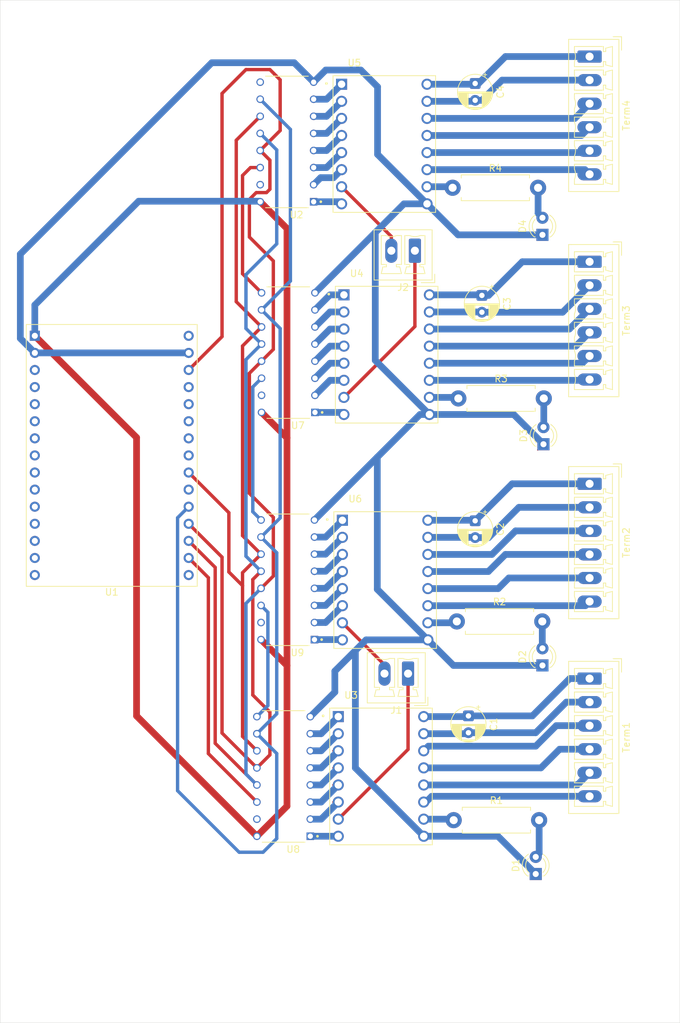
<source format=kicad_pcb>
(kicad_pcb (version 20241229) (generator "pcbnew") (generator_version "9.0")
  (layers (0 "F.Cu" signal) (2 "B.Cu" signal) (13 "F.Paste" user) (15 "B.Paste" user) (5 "F.SilkS" user "F.Silkscreen") (7 "B.SilkS" user "B.Silkscreen") (1 "F.Mask" user) (3 "B.Mask" user) (25 "Edge.Cuts" user))
  (net 0 "")
  (net 1 "/1GND")
  (net 2 "/1VMOT")
  (net 3 "/2VMOT")
  (net 4 "/2GND")
  (net 5 "/3VMOT")
  (net 6 "/3GND")
  (net 7 "/4VMOT")
  (net 8 "/4GND")
  (net 9 "Net-(D1-A)")
  (net 10 "GND")
  (net 11 "Net-(D2-A)")
  (net 12 "Net-(D3-A)")
  (net 13 "Net-(D4-A)")
  (net 14 "/2.B2")
  (net 15 "/4.A1")
  (net 16 "/1.A2")
  (net 17 "/1.B1")
  (net 18 "/1.B2")
  (net 19 "/3.A2")
  (net 20 "/2.A1")
  (net 21 "/3.B1")
  (net 22 "/4.A2")
  (net 23 "/1.A1")
  (net 24 "/3.B2")
  (net 25 "/4.B2")
  (net 26 "/3.A1")
  (net 27 "/2.A2")
  (net 28 "/2.B1")
  (net 29 "/4.B1")
  (net 30 "/1LED")
  (net 31 "/2LED")
  (net 32 "/3LED")
  (net 33 "/4LED")
  (net 36 "/OE")
  (net 37 "/4Step")
  (net 38 "/SRCLK")
  (net 39 "+3.3V")
  (net 42 "/2Step")
  (net 45 "/RCLK")
  (net 49 "/1Step")
  (net 50 "/1SER")
  (net 52 "/SRCLR")
  (net 53 "/3Step")
  (net 54 "/4SER")
  (net 55 "/4QF")
  (net 57 "/4QB")
  (net 58 "/4QD")
  (net 59 "/4QE")
  (net 60 "/4QG")
  (net 61 "/4QH")
  (net 63 "/4QC")
  (net 64 "/1QC")
  (net 65 "/1QG")
  (net 66 "/1QE")
  (net 67 "/1QD")
  (net 68 "/1QF")
  (net 69 "/1QB")
  (net 70 "/1QH")
  (net 71 "/3QE")
  (net 72 "/3QG")
  (net 73 "/3QH")
  (net 74 "/3QF")
  (net 75 "/3QD")
  (net 76 "/3QC")
  (net 77 "/3QB")
  (net 78 "/2QE")
  (net 79 "/2QD")
  (net 80 "/2QC")
  (net 81 "/2QF")
  (net 82 "/2QH")
  (net 83 "/2QG")
  (net 84 "/2QB")
  (net 85 "/3SER")
  (net 88 "/2SER")
  (footprint "CD4017BE:DIP794W45P254L1969H508Q16" (layer "F.Cu") (at 66.03 38.19 180)
    (property "Reference" "U2")
    (property "Value" "74AHC595" (hide yes))
  )
  (footprint "RF_Module:ESP32-C3-DevKitM-1" (layer "F.Cu") (at 28.57 67.005)
    (property "Reference" "U1")
    (property "Value" "ESP32-DEVKIT-V1")
  )
  (footprint "DRV8825_STEPPER_MOTOR_DRIVER_CARRIER (1):IC_DRV8825_STEPPER_MOTOR_DRIVER_CARRIER" (layer "F.Cu") (at 80.0075 132.4975)
    (property "Reference" "U3")
    (property "Value" "DRV8825_STEPPER_MOTOR_DRIVER_CARRIER" (hide yes))
  )
  (footprint "CD4017BE:DIP794W45P254L1969H508Q16" (layer "F.Cu") (at 66.154 103.27 180)
    (property "Reference" "U9")
    (property "Value" "74AHC595" (hide yes))
  )
  (footprint "CD4017BE:DIP794W45P254L1969H508Q16" (layer "F.Cu") (at 66.23 69.5 180)
    (property "Reference" "U7")
    (property "Value" "74AHC595" (hide yes))
  )
  (footprint "LED_THT:LED_D3.0mm" (layer "F.Cu") (at 103 147 90)
    (property "Reference" "D1")
    (property "Value" "LED")
  )
  (footprint "Connector_Phoenix_MC:PhoenixContact_MCV_1,5_2-G-3.5_1x02_P3.50mm_Vertical" (layer "F.Cu") (at 84.0285 117.2135 180)
    (property "Reference" "J1")
    (property "Value" "Screw_Terminal_01x02")
  )
  (footprint "LED_THT:LED_D3.0mm" (layer "F.Cu") (at 104 52 90)
    (property "Reference" "D4")
    (property "Value" "LED" (hide yes))
  )
  (footprint "Connector_Phoenix_MC:PhoenixContact_MCV_1,5_6-G-3.5_1x06_P3.50mm_Vertical" (layer "F.Cu") (at 110.9995 117.9505 -90)
    (property "Reference" "Term1")
    (property "Value" "1x6" (hide yes))
  )
  (footprint "Capacitor_THT:CP_Radial_D5.0mm_P2.50mm" (layer "F.Cu") (at 94 29.5 -90)
    (property "Reference" "C4")
    (property "Value" "C_Polarized_US" (hide yes))
  )
  (footprint "Resistor_THT:R_Axial_DIN0411_L9.9mm_D3.6mm_P12.70mm_Horizontal" (layer "F.Cu") (at 90.65 45)
    (property "Reference" "R4")
    (property "Value" "R" (hide yes))
  )
  (footprint "DRV8825_STEPPER_MOTOR_DRIVER_CARRIER (1):IC_DRV8825_STEPPER_MOTOR_DRIVER_CARRIER" (layer "F.Cu") (at 80.624 103.31)
    (property "Reference" "U6")
    (property "Value" "DRV8825_STEPPER_MOTOR_DRIVER_CARRIER" (hide yes))
  )
  (footprint "Resistor_THT:R_Axial_DIN0411_L9.9mm_D3.6mm_P12.70mm_Horizontal" (layer "F.Cu") (at 91.274 109.46)
    (property "Reference" "R2")
    (property "Value" "R")
  )
  (footprint "LED_THT:LED_D3.0mm" (layer "F.Cu") (at 104.15 83.12 90)
    (property "Reference" "D3")
    (property "Value" "LED")
  )
  (footprint "Capacitor_THT:CP_Radial_D5.0mm_P2.50mm" (layer "F.Cu") (at 95 61 -90)
    (property "Reference" "C3")
    (property "Value" "C_Polarized_US")
  )
  (footprint "Connector_Phoenix_MC:PhoenixContact_MCV_1,5_6-G-3.5_1x06_P3.50mm_Vertical" (layer "F.Cu") (at 111 25.5 -90)
    (property "Reference" "Term4")
    (property "Value" "1x6")
  )
  (footprint "DRV8825_STEPPER_MOTOR_DRIVER_CARRIER (1):IC_DRV8825_STEPPER_MOTOR_DRIVER_CARRIER" (layer "F.Cu") (at 80.85 69.81)
    (property "Reference" "U4")
    (property "Value" "DRV8825_STEPPER_MOTOR_DRIVER_CARRIER" (hide yes))
  )
  (footprint "Capacitor_THT:CP_Radial_D5.0mm_P2.50mm" (layer "F.Cu") (at 94 94.5 -90)
    (property "Reference" "C2")
    (property "Value" "C_Polarized_US")
  )
  (footprint "Capacitor_THT:CP_Radial_D5.0mm_P2.50mm" (layer "F.Cu") (at 93 123.5 -90)
    (property "Reference" "C1")
    (property "Value" "C_Polarized_US")
  )
  (footprint "Resistor_THT:R_Axial_DIN0411_L9.9mm_D3.6mm_P12.70mm_Horizontal" (layer "F.Cu") (at 91.5 76.31)
    (property "Reference" "R3")
    (property "Value" "R")
  )
  (footprint "LED_THT:LED_D3.0mm" (layer "F.Cu") (at 104 116 90)
    (property "Reference" "D2")
    (property "Value" "LED")
  )
  (footprint "DRV8825_STEPPER_MOTOR_DRIVER_CARRIER (1):IC_DRV8825_STEPPER_MOTOR_DRIVER_CARRIER" (layer "F.Cu") (at 80.5 38.5)
    (property "Reference" "U5")
    (property "Value" "DRV8825_STEPPER_MOTOR_DRIVER_CARRIER" (hide yes))
  )
  (footprint "Connector_Phoenix_MC:PhoenixContact_MCV_1,5_6-G-3.5_1x06_P3.50mm_Vertical" (layer "F.Cu") (at 111 89 -90)
    (property "Reference" "Term2")
    (property "Value" "1x6" (hide yes))
  )
  (footprint "Connector_Phoenix_MC:PhoenixContact_MCV_1,5_6-G-3.5_1x06_P3.50mm_Vertical" (layer "F.Cu") (at 111 56 -90)
    (property "Reference" "Term3")
    (property "Value" "1x6")
  )
  (footprint "Resistor_THT:R_Axial_DIN0411_L9.9mm_D3.6mm_P12.70mm_Horizontal" (layer "F.Cu") (at 90.8075 138.9975)
    (property "Reference" "R1")
    (property "Value" "R")
  )
  (footprint "CD4017BE:DIP794W45P254L1969H508Q16" (layer "F.Cu") (at 65.5375 132.4975 180)
    (property "Reference" "U8")
    (property "Value" "74AHC595" (hide yes))
  )
  (footprint "Connector_Phoenix_MC:PhoenixContact_MCV_1,5_2-G-3.5_1x02_P3.50mm_Vertical" (layer "F.Cu") (at 85.0445 54.356 180)
    (property "Reference" "J2")
    (property "Value" "Screw_Terminal_01x02")
  )
  (gr_rect (start 23.420798 17.116798) (end 124.420798 169.116798) (stroke (width 0.05)) (fill no) (layer "Edge.Cuts"))
  (segment (start 108.8973 121.451) (end 108.8978 121.4505) (width 0.2) (layer "F.Cu") (net 1))
  (segment (start 86.358 126.148) (end 86.3575 126.1475) (width 0.2) (layer "F.Cu") (net 1))
  (segment (start 110.9995 121.4505) (end 108.8978 121.4505) (width 0.2) (layer "F.Cu") (net 1))
  (segment (start 108.8973 121.451) (end 111 121.451) (width 0.2) (layer "F.Cu") (net 1))
  (segment (start 103 126) (end 107.5495 121.4505) (width 1) (layer "B.Cu") (net 1))
  (segment (start 92.8525 126.1475) (end 93 126) (width 1) (layer "B.Cu") (net 1))
  (segment (start 86.3575 126.1475) (end 92.8525 126.1475) (width 1) (layer "B.Cu") (net 1))
  (segment (start 93 126) (end 103 126) (width 1) (layer "B.Cu") (net 1))
  (segment (start 107.5495 121.4505) (end 110.9995 121.4505) (width 1) (layer "B.Cu") (net 1))
  (segment (start 111 117.951) (end 110.9995 117.9505) (width 0.2) (layer "F.Cu") (net 2))
  (segment (start 86.3575 123.6075) (end 92.8925 123.6075) (width 1) (layer "B.Cu") (net 2))
  (segment (start 102.5 123.5) (end 108.0495 117.9505) (width 1) (layer "B.Cu") (net 2))
  (segment (start 93 123.5) (end 102.5 123.5) (width 1) (layer "B.Cu") (net 2))
  (segment (start 108.0495 117.9505) (end 110.9995 117.9505) (width 1) (layer "B.Cu") (net 2))
  (segment (start 92.8925 123.6075) (end 93 123.5) (width 1) (layer "B.Cu") (net 2))
  (segment (start 86.974 94.42) (end 93.92 94.42) (width 1) (layer "B.Cu") (net 3))
  (segment (start 94 94.5) (end 99.5 89) (width 1) (layer "B.Cu") (net 3))
  (segment (start 93.92 94.42) (end 94 94.5) (width 1) (layer "B.Cu") (net 3))
  (segment (start 99.5 89) (end 111 89) (width 1) (layer "B.Cu") (net 3))
  (segment (start 86.974 96.96) (end 93.96 96.96) (width 1) (layer "B.Cu") (net 4))
  (segment (start 96 97) (end 100.5 92.5) (width 1) (layer "B.Cu") (net 4))
  (segment (start 94 97) (end 96 97) (width 1) (layer "B.Cu") (net 4))
  (segment (start 93.96 96.96) (end 94 97) (width 1) (layer "B.Cu") (net 4))
  (segment (start 100.5 92.5) (end 111 92.5) (width 1) (layer "B.Cu") (net 4))
  (segment (start 95 61) (end 96 61) (width 1) (layer "B.Cu") (net 5))
  (segment (start 101 56) (end 111 56) (width 1) (layer "B.Cu") (net 5))
  (segment (start 96 61) (end 101 56) (width 1) (layer "B.Cu") (net 5))
  (segment (start 94.92 60.92) (end 95 61) (width 1) (layer "B.Cu") (net 5))
  (segment (start 87.2 60.92) (end 94.92 60.92) (width 1) (layer "B.Cu") (net 5))
  (segment (start 110.236 58.736) (end 111 59.5) (width 0.2) (layer "F.Cu") (net 6))
  (segment (start 95 63.5) (end 107 63.5) (width 1) (layer "B.Cu") (net 6))
  (segment (start 94.96 63.46) (end 95 63.5) (width 1) (layer "B.Cu") (net 6))
  (segment (start 87.2 63.46) (end 94.96 63.46) (width 1) (layer "B.Cu") (net 6))
  (segment (start 107 63.5) (end 111 59.5) (width 1) (layer "B.Cu") (net 6))
  (segment (start 93.89 29.61) (end 94 29.5) (width 1) (layer "B.Cu") (net 7))
  (segment (start 86.85 29.61) (end 93.89 29.61) (width 1) (layer "B.Cu") (net 7))
  (segment (start 94.5 29.5) (end 98.5 25.5) (width 1) (layer "B.Cu") (net 7))
  (segment (start 98.5 25.5) (end 111 25.5) (width 1) (layer "B.Cu") (net 7))
  (segment (start 94 29.5) (end 94.5 29.5) (width 1) (layer "B.Cu") (net 7))
  (segment (start 94 32) (end 95 32) (width 1) (layer "B.Cu") (net 8))
  (segment (start 86.85 32.15) (end 93.85 32.15) (width 1) (layer "B.Cu") (net 8))
  (segment (start 93.85 32.15) (end 94 32) (width 1) (layer "B.Cu") (net 8))
  (segment (start 95 32) (end 98 29) (width 1) (layer "B.Cu") (net 8))
  (segment (start 98 29) (end 111 29) (width 1) (layer "B.Cu") (net 8))
  (segment (start 103.508 138.748) (end 103.508 138.997) (width 0.2) (layer "F.Cu") (net 9))
  (segment (start 103.508 138.997) (end 103.5075 138.9975) (width 0.2) (layer "F.Cu") (net 9))
  (segment (start 103.508 138.498) (end 104.008 137.998) (width 0.2) (layer "F.Cu") (net 9))
  (segment (start 103.508 138.998) (end 103.508 138.748) (width 0.2) (layer "F.Cu") (net 9))
  (segment (start 103.508 138.748) (end 103.508 138.498) (width 0.2) (layer "F.Cu") (net 9))
  (segment (start 103 144.46) (end 103.0005 144.4595) (width 0.2) (layer "F.Cu") (net 9))
  (segment (start 103.5075 138.9975) (end 103.5075 143.9525) (width 1) (layer "B.Cu") (net 9))
  (segment (start 103.5075 143.9525) (end 103 144.46) (width 1) (layer "B.Cu") (net 9))
  (segment (start 86.85 47.39) (end 87.39 47.39) (width 0.2) (layer "F.Cu") (net 10))
  (segment (start 104.15 83.12) (end 103.294 83.976) (width 0.2) (layer "F.Cu") (net 10))
  (segment (start 86.974 112.2) (end 86.974 112.11) (width 0.2) (layer "F.Cu") (net 10))
  (segment (start 87.39 47.39) (end 87.5 47.5) (width 0.2) (layer "F.Cu") (net 10))
  (segment (start 86.974 112.11) (end 87.124 111.96) (width 0.2) (layer "F.Cu") (net 10))
  (segment (start 86.974 112.2) (end 79.458 104.684) (width 1) (layer "B.Cu") (net 10))
  (segment (start 73.406 116.586) (end 76.2 113.792) (width 1) (layer "B.Cu") (net 10))
  (segment (start 79.155 70.655) (end 79.155 51.655) (width 1) (layer "B.Cu") (net 10))
  (segment (start 26.416 54.864) (end 54.864 26.416) (width 1) (layer "B.Cu") (net 10))
  (segment (start 87.2 78.7) (end 79.155 70.655) (width 1) (layer "B.Cu") (net 10))
  (segment (start 73.152 119.963) (end 73.152 116.84) (width 1) (layer "B.Cu") (net 10))
  (segment (start 86.3575 141.3875) (end 97.3875 141.3875) (width 1) (layer "B.Cu") (net 10))
  (segment (start 85.804 78.7) (end 87.2 78.7) (width 1) (layer "B.Cu") (net 10))
  (segment (start 26.416 67.391) (end 26.416 54.864) (width 1) (layer "B.Cu") (net 10))
  (segment (start 70 29.3) (end 71.8 27.5) (width 1) (layer "B.Cu") (net 10))
  (segment (start 104.15 83.12) (end 99.73 78.7) (width 1) (layer "B.Cu") (net 10))
  (segment (start 70.124 94.38) (end 79.458 85.046) (width 1) (layer "B.Cu") (net 10))
  (segment (start 77.792 112.2) (end 86.974 112.2) (width 1) (layer "B.Cu") (net 10))
  (segment (start 70.2 60.61) (end 79.155 51.655) (width 1) (layer "B.Cu") (net 10))
  (segment (start 79.458 104.684) (end 79.458 85.046) (width 1) (layer "B.Cu") (net 10))
  (segment (start 79.458 85.046) (end 85.804 78.7) (width 1) (layer "B.Cu") (net 10))
  (segment (start 76.2 131.23) (end 86.3575 141.3875) (width 1) (layer "B.Cu") (net 10))
  (segment (start 104 116) (end 90.774 116) (width 1) (layer "B.Cu") (net 10))
  (segment (start 28.57 69.545) (end 26.416 67.391) (width 1) (layer "B.Cu") (net 10))
  (segment (start 90.774 116) (end 86.974 112.2) (width 1) (layer "B.Cu") (net 10))
  (segment (start 71.8 27.5) (end 77 27.5) (width 1) (layer "B.Cu") (net 10))
  (segment (start 76.2 113.792) (end 77.792 112.2) (width 1) (layer "B.Cu") (net 10))
  (segment (start 83.42 47.39) (end 86.85 47.39) (width 1) (layer "B.Cu") (net 10))
  (segment (start 76.2 113.792) (end 76.2 131.23) (width 1) (layer "B.Cu") (net 10))
  (segment (start 79.5 30) (end 79.5 40.04) (width 1) (layer "B.Cu") (net 10))
  (segment (start 54.864 26.416) (end 67.116 26.416) (width 1) (layer "B.Cu") (net 10))
  (segment (start 69.5075 123.6075) (end 73.152 119.963) (width 1) (layer "B.Cu") (net 10))
  (segment (start 99.73 78.7) (end 87.2 78.7) (width 1) (layer "B.Cu") (net 10))
  (segment (start 91.46 52) (end 86.85 47.39) (width 1) (layer "B.Cu") (net 10))
  (segment (start 77 27.5) (end 79.5 30) (width 1) (layer "B.Cu") (net 10))
  (segment (start 28.57 69.545) (end 51.43 69.545) (width 1) (layer "B.Cu") (net 10))
  (segment (start 79.5 40.04) (end 86.85 47.39) (width 1) (layer "B.Cu") (net 10))
  (segment (start 97.3875 141.3875) (end 103 147) (width 1) (layer "B.Cu") (net 10))
  (segment (start 79.155 51.655) (end 83.42 47.39) (width 1) (layer "B.Cu") (net 10))
  (segment (start 104 52) (end 91.46 52) (width 1) (layer "B.Cu") (net 10))
  (segment (start 67.116 26.416) (end 70 29.3) (width 1) (layer "B.Cu") (net 10))
  (segment (start 73.152 116.84) (end 73.406 116.586) (width 1) (layer "B.Cu") (net 10))
  (segment (start 103.974 113.434) (end 104 113.46) (width 1) (layer "B.Cu") (net 11))
  (segment (start 103.974 109.46) (end 103.974 113.434) (width 1) (layer "B.Cu") (net 11))
  (segment (start 104.57 81) (end 104.15 80.58) (width 0.2) (layer "F.Cu") (net 12))
  (segment (start 104.2 76.31) (end 104.2 80.53) (width 1) (layer "B.Cu") (net 12))
  (segment (start 104.2 80.53) (end 104.15 80.58) (width 1) (layer "B.Cu") (net 12))
  (segment (start 103.35 45) (end 103.35 48.81) (width 1) (layer "B.Cu") (net 13))
  (segment (start 103.35 48.81) (end 104 49.46) (width 1) (layer "B.Cu") (net 13))
  (segment (start 100 96) (end 111 96) (width 1) (layer "B.Cu") (net 14))
  (segment (start 96.5 99.5) (end 100 96) (width 1) (layer "B.Cu") (net 14))
  (segment (start 86.974 99.5) (end 96.5 99.5) (width 1) (layer "B.Cu") (net 14))
  (segment (start 110.73 39.77) (end 111 39.5) (width 1) (layer "B.Cu") (net 15))
  (segment (start 86.85 39.77) (end 110.73 39.77) (width 1) (layer "B.Cu") (net 15))
  (segment (start 86.3575 136.3075) (end 86.3576 136.3075) (width 0.2) (layer "F.Cu") (net 16))
  (segment (start 111 135.45) (end 110.9995 135.4505) (width 0.2) (layer "F.Cu") (net 16))
  (segment (start 86.3576 136.3075) (end 86.3578 136.3077) (width 0.2) (layer "F.Cu") (net 16))
  (segment (start 86.3575 136.308) (end 86.3578 136.3077) (width 0.2) (layer "F.Cu") (net 16))
  (segment (start 111 135) (end 111 135.45) (width 0.2) (layer "F.Cu") (net 16))
  (segment (start 111 135) (end 111 135.451) (width 0.2) (layer "F.Cu") (net 16))
  (segment (start 86.3575 136.3075) (end 86.6925 136.3075) (width 1) (layer "B.Cu") (net 16))
  (segment (start 86.6925 136.3075) (end 87.5495 135.4505) (width 1) (layer "B.Cu") (net 16))
  (segment (start 87.5495 135.4505) (end 110.9995 135.4505) (width 1) (layer "B.Cu") (net 16))
  (segment (start 110.9995 128.451) (end 111 128.451) (width 0.2) (layer "F.Cu") (net 17))
  (segment (start 86.5875 131.228) (end 86.358 131.228) (width 0.2) (layer "F.Cu") (net 17))
  (segment (start 86.358 131.228) (end 86.3575 131.2275) (width 0.2) (layer "F.Cu") (net 17))
  (segment (start 110.9995 128.4505) (end 110.9995 128.451) (width 0.2) (layer "F.Cu") (net 17))
  (segment (start 86.8175 131.228) (end 86.5875 131.228) (width 0.2) (layer "F.Cu") (net 17))
  (segment (start 103.7725 131.2275) (end 106.5495 128.4505) (width 1) (layer "B.Cu") (net 17))
  (segment (start 86.3575 131.2275) (end 103.7725 131.2275) (width 1) (layer "B.Cu") (net 17))
  (segment (start 106.5495 128.4505) (end 110.9995 128.4505) (width 1) (layer "B.Cu") (net 17))
  (segment (start 86.3575 128.688) (end 87.0675 127.978) (width 0.2) (layer "F.Cu") (net 18))
  (segment (start 87.067 127.978) (end 86.3575 128.6875) (width 0.2) (layer "F.Cu") (net 18))
  (segment (start 108.8973 124.951) (end 111 124.951) (width 0.2) (layer "F.Cu") (net 18))
  (segment (start 87.0675 127.978) (end 87.067 127.978) (width 0.2) (layer "F.Cu") (net 18))
  (segment (start 110.9995 124.9505) (end 108.8978 124.9505) (width 0.2) (layer "F.Cu") (net 18))
  (segment (start 108.8973 124.951) (end 108.8978 124.9505) (width 0.2) (layer "F.Cu") (net 18))
  (segment (start 86.3575 128.6875) (end 87.045 128) (width 1) (layer "B.Cu") (net 18))
  (segment (start 106.0495 124.9505) (end 110.9995 124.9505) (width 1) (layer "B.Cu") (net 18))
  (segment (start 103 128) (end 106.0495 124.9505) (width 1) (layer "B.Cu") (net 18))
  (segment (start 87.045 128) (end 103 128) (width 1) (layer "B.Cu") (net 18))
  (segment (start 110.88 73.62) (end 111 73.5) (width 1) (layer "B.Cu") (net 19))
  (segment (start 87.2 73.62) (end 110.88 73.62) (width 1) (layer "B.Cu") (net 19))
  (segment (start 99 103) (end 111 103) (width 1) (layer "B.Cu") (net 20))
  (segment (start 86.974 104.58) (end 97.42 104.58) (width 1) (layer "B.Cu") (net 20))
  (segment (start 97.42 104.58) (end 99 103) (width 1) (layer "B.Cu") (net 20))
  (segment (start 108.96 68.54) (end 111 66.5) (width 1) (layer "B.Cu") (net 21))
  (segment (start 87.2 68.54) (end 108.96 68.54) (width 1) (layer "B.Cu") (net 21))
  (segment (start 86.85 42.31) (end 110.31 42.31) (width 1) (layer "B.Cu") (net 22))
  (segment (start 110.31 42.31) (end 111 43) (width 1) (layer "B.Cu") (net 22))
  (segment (start 110.5 131.951) (end 110.999 131.951) (width 0.2) (layer "F.Cu") (net 23))
  (segment (start 86.3575 133.7675) (end 86.3576 133.7675) (width 0.2) (layer "F.Cu") (net 23))
  (segment (start 86.3575 133.768) (end 86.3578 133.7677) (width 0.2) (layer "F.Cu") (net 23))
  (segment (start 86.3576 133.7675) (end 86.3578 133.7677) (width 0.2) (layer "F.Cu") (net 23))
  (segment (start 110.5 131.951) (end 111 131.951) (width 0.2) (layer "F.Cu") (net 23))
  (segment (start 110.999 131.951) (end 110.9995 131.9505) (width 0.2) (layer "F.Cu") (net 23))
  (segment (start 109.1825 133.7675) (end 110.9995 131.9505) (width 1) (layer "B.Cu") (net 23))
  (segment (start 86.3575 133.7675) (end 109.1825 133.7675) (width 1) (layer "B.Cu") (net 23))
  (segment (start 110.426 62.426) (end 111 63) (width 0.2) (layer "F.Cu") (net 24))
  (segment (start 108 66) (end 111 63) (width 1) (layer "B.Cu") (net 24))
  (segment (start 87.2 66) (end 108 66) (width 1) (layer "B.Cu") (net 24))
  (segment (start 86.85 34.69) (end 108.81 34.69) (width 1) (layer "B.Cu") (net 25))
  (segment (start 108.81 34.69) (end 111 32.5) (width 1) (layer "B.Cu") (net 25))
  (segment (start 87.2 71.08) (end 109.92 71.08) (width 1) (layer "B.Cu") (net 26))
  (segment (start 109.92 71.08) (end 111 70) (width 1) (layer "B.Cu") (net 26))
  (segment (start 110.38 107.12) (end 111 106.5) (width 1) (layer "B.Cu") (net 27))
  (segment (start 86.974 107.12) (end 110.38 107.12) (width 1) (layer "B.Cu") (net 27))
  (segment (start 95.96 102.04) (end 98.5 99.5) (width 1) (layer "B.Cu") (net 28))
  (segment (start 86.974 102.04) (end 95.96 102.04) (width 1) (layer "B.Cu") (net 28))
  (segment (start 98.5 99.5) (end 111 99.5) (width 1) (layer "B.Cu") (net 28))
  (segment (start 86.85 37.23) (end 109.77 37.23) (width 1) (layer "B.Cu") (net 29))
  (segment (start 109.77 37.23) (end 111 36) (width 1) (layer "B.Cu") (net 29))
  (segment (start 86.3575 138.848) (end 86.82 138.848) (width 0.2) (layer "F.Cu") (net 30))
  (segment (start 86.82 138.848) (end 86.358 138.848) (width 0.2) (layer "F.Cu") (net 30))
  (segment (start 90.6575 138.848) (end 90.8075 138.998) (width 0.2) (layer "F.Cu") (net 30))
  (segment (start 86.358 138.848) (end 86.3575 138.8475) (width 0.2) (layer "F.Cu") (net 30))
  (segment (start 86.3575 138.8475) (end 90.6575 138.8475) (width 1) (layer "B.Cu") (net 30))
  (segment (start 90.6575 138.8475) (end 90.8075 138.9975) (width 1) (layer "B.Cu") (net 30))
  (segment (start 91.074 109.66) (end 91.274 109.46) (width 1) (layer "B.Cu") (net 31))
  (segment (start 86.974 109.66) (end 91.074 109.66) (width 1) (layer "B.Cu") (net 31))
  (segment (start 91.35 76.16) (end 91.5 76.31) (width 0.2) (layer "F.Cu") (net 32))
  (segment (start 91.35 76.16) (end 91.5 76.31) (width 1) (layer "B.Cu") (net 32))
  (segment (start 87.2 76.16) (end 91.35 76.16) (width 1) (layer "B.Cu") (net 32))
  (segment (start 90.5 44.85) (end 90.65 45) (width 1) (layer "B.Cu") (net 33))
  (segment (start 86.85 44.85) (end 90.5 44.85) (width 1) (layer "B.Cu") (net 33))
  (segment (start 61.468 45.72) (end 62.992 45.72) (width 0.5) (layer "F.Cu") (net 36))
  (segment (start 59.944 27.432) (end 63.5 27.432) (width 0.5) (layer "F.Cu") (net 36))
  (segment (start 64.008 102.716) (end 62.184 104.54) (width 0.5) (layer "F.Cu") (net 36))
  (segment (start 63.5 45.212) (end 63.5 40.9) (width 0.5) (layer "F.Cu") (net 36))
  (segment (start 60.452 52.324) (end 60.452 46.736) (width 0.5) (layer "F.Cu") (net 36))
  (segment (start 65.024 36.496) (end 62.06 39.46) (width 0.5) (layer "F.Cu") (net 36))
  (segment (start 64.008 55.88) (end 60.452 52.324) (width 0.5) (layer "F.Cu") (net 36))
  (segment (start 56.388 67.127) (end 56.388 30.988) (width 0.5) (layer "F.Cu") (net 36))
  (segment (start 62.26 70.77) (end 64.008 69.022) (width 0.5) (layer "F.Cu") (net 36))
  (segment (start 63.5 27.432) (end 65.024 28.956) (width 0.5) (layer "F.Cu") (net 36))
  (segment (start 62.26 70.77) (end 60.452 72.578) (width 0.5) (layer "F.Cu") (net 36))
  (segment (start 63.5 40.9) (end 62.06 39.46) (width 0.5) (layer "F.Cu") (net 36))
  (segment (start 64.008 69.022) (end 64.008 55.88) (width 0.5) (layer "F.Cu") (net 36))
  (segment (start 60.452 72.578) (end 60.452 90.424) (width 0.5) (layer "F.Cu") (net 36))
  (segment (start 62.992 45.72) (end 63.5 45.212) (width 0.5) (layer "F.Cu") (net 36))
  (segment (start 64.008 93.98) (end 64.008 102.716) (width 0.5) (layer "F.Cu") (net 36))
  (segment (start 51.43 97.485) (end 55.372 101.427) (width 0.5) (layer "F.Cu") (net 36))
  (segment (start 60.452 90.424) (end 64.008 93.98) (width 0.5) (layer "F.Cu") (net 36))
  (segment (start 51.43 72.085) (end 56.388 67.127) (width 0.5) (layer "F.Cu") (net 36))
  (segment (start 55.372 101.427) (end 55.372 127.572) (width 0.5) (layer "F.Cu") (net 36))
  (segment (start 60.452 46.736) (end 61.468 45.72) (width 0.5) (layer "F.Cu") (net 36))
  (segment (start 55.372 127.572) (end 61.5675 133.7675) (width 0.5) (layer "F.Cu") (net 36))
  (segment (start 56.388 30.988) (end 59.944 27.432) (width 0.5) (layer "F.Cu") (net 36))
  (segment (start 65.024 28.956) (end 65.024 36.496) (width 0.5) (layer "F.Cu") (net 36))
  (segment (start 62.184 104.54) (end 59.944 106.78) (width 0.5) (layer "B.Cu") (net 36))
  (segment (start 59.944 132.144) (end 61.5675 133.7675) (width 0.5) (layer "B.Cu") (net 36))
  (segment (start 59.944 106.78) (end 59.944 132.144) (width 0.5) (layer "B.Cu") (net 36))
  (segment (start 81.5445 54.356) (end 81.5445 52.2445) (width 0.5) (layer "F.Cu") (net 37))
  (segment (start 81.5445 52.2445) (end 74.15 44.85) (width 0.5) (layer "F.Cu") (net 37))
  (segment (start 74.15 44.85) (end 73.5799 45.4201) (width 0.2) (layer "B.Cu") (net 37))
  (segment (start 51.43 87.325) (end 57.404 93.299) (width 0.5) (layer "F.Cu") (net 38))
  (segment (start 58.5 37.94) (end 58.5 61.93) (width 0.5) (layer "F.Cu") (net 38))
  (segment (start 61.5675 128.6875) (end 59.436 126.556) (width 0.5) (layer "F.Cu") (net 38))
  (segment (start 59.436 102.208) (end 62.184 99.46) (width 0.5) (layer "F.Cu") (net 38))
  (segment (start 62.26 65.69) (end 59.436 68.514) (width 0.5) (layer "F.Cu") (net 38))
  (segment (start 62.06 34.38) (end 58.5 37.94) (width 0.5) (layer "F.Cu") (net 38))
  (segment (start 57.404 102.108) (end 59.436 104.14) (width 0.5) (layer "F.Cu") (net 38))
  (segment (start 57.404 93.299) (end 57.404 102.108) (width 0.5) (layer "F.Cu") (net 38))
  (segment (start 59.436 104.14) (end 59.436 102.208) (width 0.5) (layer "F.Cu") (net 38))
  (segment (start 59.436 96.712) (end 62.184 99.46) (width 0.5) (layer "F.Cu") (net 38))
  (segment (start 59.436 68.514) (end 59.436 96.712) (width 0.5) (layer "F.Cu") (net 38))
  (segment (start 59.436 126.556) (end 59.436 104.14) (width 0.5) (layer "F.Cu") (net 38))
  (segment (start 58.5 61.93) (end 62.26 65.69) (width 0.5) (layer "F.Cu") (net 38))
  (segment (start 43.688 123.508) (end 61.5675 141.3875) (width 1) (layer "F.Cu") (net 39))
  (segment (start 28.57 67.005) (end 43.688 82.123) (width 1) (layer "F.Cu") (net 39))
  (segment (start 66.04 116.016) (end 66.04 82.17) (width 1) (layer "F.Cu") (net 39))
  (segment (start 66.04 51.06) (end 62.06 47.08) (width 1) (layer "F.Cu") (net 39))
  (segment (start 66.04 116.016) (end 62.184 112.16) (width 1) (layer "F.Cu") (net 39))
  (segment (start 66.04 82.17) (end 62.26 78.39) (width 1) (layer "F.Cu") (net 39))
  (segment (start 61.5675 141.3875) (end 66.04 136.915) (width 1) (layer "F.Cu") (net 39))
  (segment (start 43.688 82.123) (end 43.688 123.508) (width 1) (layer "F.Cu") (net 39))
  (segment (start 66.04 82.17) (end 66.04 51.06) (width 1) (layer "F.Cu") (net 39))
  (segment (start 66.04 136.915) (end 66.04 116.016) (width 1) (layer "F.Cu") (net 39))
  (segment (start 61.98 47) (end 62.06 47.08) (width 1) (layer "B.Cu") (net 39))
  (segment (start 44 47) (end 61.98 47) (width 1) (layer "B.Cu") (net 39))
  (segment (start 28.57 62.43) (end 44 47) (width 1) (layer "B.Cu") (net 39))
  (segment (start 28.57 67.005) (end 28.57 62.43) (width 1) (layer "B.Cu") (net 39))
  (segment (start 80.5285 117.2135) (end 80.5285 115.9145) (width 0.5) (layer "F.Cu") (net 42))
  (segment (start 80.5285 115.9145) (end 74.274 109.66) (width 0.5) (layer "F.Cu") (net 42))
  (segment (start 62.184 102) (end 60.96 103.224) (width 0.5) (layer "F.Cu") (net 45))
  (segment (start 60.96 120.396) (end 63.5 122.936) (width 0.5) (layer "F.Cu") (net 45))
  (segment (start 56.388 99.903) (end 56.388 126.048) (width 0.5) (layer "F.Cu") (net 45))
  (segment (start 51.43 94.945) (end 56.388 99.903) (width 0.5) (layer "F.Cu") (net 45))
  (segment (start 56.388 126.048) (end 61.5675 131.2275) (width 0.5) (layer "F.Cu") (net 45))
  (segment (start 60.96 103.224) (end 60.96 120.396) (width 0.5) (layer "F.Cu") (net 45))
  (segment (start 63.5 129.295) (end 61.5675 131.2275) (width 0.5) (layer "F.Cu") (net 45))
  (segment (start 63.5 122.936) (end 63.5 129.295) (width 0.5) (layer "F.Cu") (net 45))
  (segment (start 59.944 57.912) (end 59.944 65.914) (width 0.5) (layer "B.Cu") (net 45))
  (segment (start 64.516 53.34) (end 59.944 57.912) (width 0.5) (layer "B.Cu") (net 45))
  (segment (start 62.252 102.068) (end 62.184 102) (width 0.2) (layer "B.Cu") (net 45))
  (segment (start 62.26 68.23) (end 59.944 70.546) (width 0.5) (layer "B.Cu") (net 45))
  (segment (start 62.06 36.92) (end 64.516 39.376) (width 0.5) (layer "B.Cu") (net 45))
  (segment (start 59.944 99.76) (end 62.184 102) (width 0.5) (layer "B.Cu") (net 45))
  (segment (start 64.516 39.376) (end 64.516 53.34) (width 0.5) (layer "B.Cu") (net 45))
  (segment (start 59.944 65.914) (end 62.26 68.23) (width 0.5) (layer "B.Cu") (net 45))
  (segment (start 59.944 70.546) (end 59.944 99.76) (width 0.5) (layer "B.Cu") (net 45))
  (segment (start 84.0285 128.4765) (end 84.0285 117.2135) (width 0.5) (layer "F.Cu") (net 49))
  (segment (start 73.6575 138.8475) (end 84.0285 128.4765) (width 0.5) (layer "F.Cu") (net 49))
  (segment (start 51.43 100.025) (end 54.356 102.951) (width 0.5) (layer "F.Cu") (net 50))
  (segment (start 54.356 129.096) (end 61.5675 136.3075) (width 0.5) (layer "F.Cu") (net 50))
  (segment (start 54.356 102.951) (end 54.356 129.096) (width 0.5) (layer "F.Cu") (net 50))
  (segment (start 64.516 141.732) (end 64.516 129.096) (width 0.5) (layer "B.Cu") (net 52))
  (segment (start 64.516 129.096) (end 61.5675 126.1475) (width 0.5) (layer "B.Cu") (net 52))
  (segment (start 49.784 94.051) (end 49.784 134.62) (width 0.5) (layer "B.Cu") (net 52))
  (segment (start 65.024 65.914) (end 62.26 63.15) (width 0.5) (layer "B.Cu") (net 52))
  (segment (start 66.548 36.328) (end 66.548 58.862) (width 0.5) (layer "B.Cu") (net 52))
  (segment (start 64.516 99.252) (end 64.516 123.199) (width 0.5) (layer "B.Cu") (net 52))
  (segment (start 58.928 143.764) (end 62.484 143.764) (width 0.5) (layer "B.Cu") (net 52))
  (segment (start 62.26 63.15) (end 61.9987 63.15) (width 0.2) (layer "B.Cu") (net 52))
  (segment (start 62.184 96.92) (end 64.516 99.252) (width 0.5) (layer "B.Cu") (net 52))
  (segment (start 62.184 96.92) (end 65.024 94.08) (width 0.5) (layer "B.Cu") (net 52))
  (segment (start 65.024 94.08) (end 65.024 65.914) (width 0.5) (layer "B.Cu") (net 52))
  (segment (start 49.784 134.62) (end 58.928 143.764) (width 0.5) (layer "B.Cu") (net 52))
  (segment (start 62.06 31.84) (end 66.548 36.328) (width 0.5) (layer "B.Cu") (net 52))
  (segment (start 51.43 92.405) (end 49.784 94.051) (width 0.5) (layer "B.Cu") (net 52))
  (segment (start 66.548 58.862) (end 62.26 63.15) (width 0.5) (layer "B.Cu") (net 52))
  (segment (start 62.484 143.764) (end 64.516 141.732) (width 0.5) (layer "B.Cu") (net 52))
  (segment (start 64.516 123.199) (end 61.5675 126.1475) (width 0.5) (layer "B.Cu") (net 52))
  (segment (start 85.0445 54.356) (end 85.0445 65.6155) (width 0.5) (layer "F.Cu") (net 53))
  (segment (start 74.5 76.16) (end 73.944 76.716) (width 0.2) (layer "F.Cu") (net 53))
  (segment (start 85.0445 65.6155) (end 74.5 76.16) (width 0.5) (layer "F.Cu") (net 53))
  (segment (start 59.436 57.786) (end 62.26 60.61) (width 0.5) (layer "F.Cu") (net 54))
  (segment (start 60.616 42) (end 59.436 43.18) (width 0.5) (layer "F.Cu") (net 54))
  (segment (start 62.06 42) (end 60.616 42) (width 0.5) (layer "F.Cu") (net 54))
  (segment (start 59.436 43.18) (end 59.436 57.786) (width 0.5) (layer "F.Cu") (net 54))
  (segment (start 70 36.92) (end 71.92 36.92) (width 1) (layer "B.Cu") (net 55))
  (segment (start 71.92 36.92) (end 74.15 34.69) (width 1) (layer "B.Cu") (net 55))
  (segment (start 73.84 47.08) (end 74.15 47.39) (width 1) (layer "B.Cu") (net 57))
  (segment (start 70 47.08) (end 73.84 47.08) (width 1) (layer "B.Cu") (net 57))
  (segment (start 71.92 42) (end 74.15 39.77) (width 1) (layer "B.Cu") (net 58))
  (segment (start 70 42) (end 71.92 42) (width 1) (layer "B.Cu") (net 58))
  (segment (start 71.92 39.46) (end 74.15 37.23) (width 1) (layer "B.Cu") (net 59))
  (segment (start 70 39.46) (end 71.92 39.46) (width 1) (layer "B.Cu") (net 59))
  (segment (start 70 34.38) (end 71.92 34.38) (width 1) (layer "B.Cu") (net 60))
  (segment (start 71.92 34.38) (end 74.15 32.15) (width 1) (layer "B.Cu") (net 60))
  (segment (start 70 31.84) (end 71.92 31.84) (width 1) (layer "B.Cu") (net 61))
  (segment (start 71.92 31.84) (end 74.15 29.61) (width 1) (layer "B.Cu") (net 61))
  (segment (start 72.96 43.5) (end 74.15 42.31) (width 1) (layer "B.Cu") (net 63))
  (segment (start 71.04 43.5) (end 72.96 43.5) (width 1) (layer "B.Cu") (net 63))
  (segment (start 70 44.54) (end 71.04 43.5) (width 1) (layer "B.Cu") (net 63))
  (segment (start 72.8525 136.308) (end 73.657 136.308) (width 0.2) (layer "F.Cu") (net 64))
  (segment (start 69.5078 138.8477) (end 69.5075 138.848) (width 0.2) (layer "F.Cu") (net 64))
  (segment (start 73.6575 136.308) (end 72.8525 136.308) (width 0.2) (layer "F.Cu") (net 64))
  (segment (start 73.657 136.308) (end 73.6575 136.3075) (width 0.2) (layer "F.Cu") (net 64))
  (segment (start 69.5076 138.8475) (end 69.5078 138.8477) (width 0.2) (layer "F.Cu") (net 64))
  (segment (start 69.5075 138.8475) (end 69.5076 138.8475) (width 0.2) (layer "F.Cu") (net 64))
  (segment (start 69.5075 138.8475) (end 71.1175 138.8475) (width 1) (layer "B.Cu") (net 64))
  (segment (start 71.1175 138.8475) (end 73.6575 136.3075) (width 1) (layer "B.Cu") (net 64))
  (segment (start 69.5078 128.6877) (end 69.5075 128.688) (width 0.2) (layer "F.Cu") (net 65))
  (segment (start 69.5075 128.6875) (end 69.5076 128.6875) (width 0.2) (layer "F.Cu") (net 65))
  (segment (start 69.5076 128.6875) (end 69.5078 128.6877) (width 0.2) (layer "F.Cu") (net 65))
  (segment (start 69.5075 128.6875) (end 71.1175 128.6875) (width 1) (layer "B.Cu") (net 65))
  (segment (start 71.1175 128.6875) (end 73.6575 126.1475) (width 1) (layer "B.Cu") (net 65))
  (segment (start 73.657 131.228) (end 73.6575 131.2275) (width 0.2) (layer "F.Cu") (net 66))
  (segment (start 69.5075 133.7675) (end 69.5076 133.7675) (width 0.2) (layer "F.Cu") (net 66))
  (segment (start 72.8525 131.228) (end 73.657 131.228) (width 0.2) (layer "F.Cu") (net 66))
  (segment (start 69.5078 133.7677) (end 69.5075 133.768) (width 0.2) (layer "F.Cu") (net 66))
  (segment (start 69.5076 133.7675) (end 69.5078 133.7677) (width 0.2) (layer "F.Cu") (net 66))
  (segment (start 73.6575 131.228) (end 72.8525 131.228) (width 0.2) (layer "F.Cu") (net 66))
  (segment (start 69.5075 133.7675) (end 71.1175 133.7675) (width 1) (layer "B.Cu") (net 66))
  (segment (start 71.1175 133.7675) (end 73.6575 131.2275) (width 1) (layer "B.Cu") (net 66))
  (segment (start 72.8525 133.768) (end 73.657 133.768) (width 0.2) (layer "F.Cu") (net 67))
  (segment (start 73.657 133.768) (end 73.6575 133.7675) (width 0.2) (layer "F.Cu") (net 67))
  (segment (start 69.5075 136.3075) (end 69.5076 136.3075) (width 0.2) (layer "F.Cu") (net 67))
  (segment (start 69.5076 136.3075) (end 69.5078 136.3077) (width 0.2) (layer "F.Cu") (net 67))
  (segment (start 73.6575 133.768) (end 72.8525 133.768) (width 0.2) (layer "F.Cu") (net 67))
  (segment (start 69.5078 136.3077) (end 69.5075 136.308) (width 0.2) (layer "F.Cu") (net 67))
  (segment (start 69.5075 136.3075) (end 71.1175 136.3075) (width 1) (layer "B.Cu") (net 67))
  (segment (start 71.1175 136.3075) (end 73.6575 133.7675) (width 1) (layer "B.Cu") (net 67))
  (segment (start 69.5076 131.2275) (end 69.5078 131.2277) (width 0.2) (layer "F.Cu") (net 68))
  (segment (start 73.6575 128.688) (end 72.8525 128.688) (width 0.2) (layer "F.Cu") (net 68))
  (segment (start 73.657 128.688) (end 73.6575 128.6875) (width 0.2) (layer "F.Cu") (net 68))
  (segment (start 69.5075 131.2275) (end 69.5076 131.2275) (width 0.2) (layer "F.Cu") (net 68))
  (segment (start 69.5078 131.2277) (end 69.5075 131.228) (width 0.2) (layer "F.Cu") (net 68))
  (segment (start 72.8525 128.688) (end 73.657 128.688) (width 0.2) (layer "F.Cu") (net 68))
  (segment (start 69.5075 131.2275) (end 71.1175 131.2275) (width 1) (layer "B.Cu") (net 68))
  (segment (start 71.1175 131.2275) (end 73.6575 128.6875) (width 1) (layer "B.Cu") (net 68))
  (segment (start 73.657 141.388) (end 73.6575 141.3875) (width 0.2) (layer "F.Cu") (net 69))
  (segment (start 69.5075 141.3875) (end 73.6575 141.3875) (width 1) (layer "B.Cu") (net 69))
  (segment (start 71.1175 126.1475) (end 73.6575 123.6075) (width 1) (layer "B.Cu") (net 70))
  (segment (start 69.5075 126.1475) (end 71.1175 126.1475) (width 1) (layer "B.Cu") (net 70))
  (segment (start 72.43 68.54) (end 74.5 68.54) (width 1) (layer "B.Cu") (net 71))
  (segment (start 70.2 70.77) (end 72.43 68.54) (width 1) (layer "B.Cu") (net 71))
  (segment (start 70.2 65.69) (end 72.43 63.46) (width 1) (layer "B.Cu") (net 72))
  (segment (start 72.43 63.46) (end 74.5 63.46) (width 1) (layer "B.Cu") (net 72))
  (segment (start 70.2 63.15) (end 72.43 60.92) (width 1) (layer "B.Cu") (net 73))
  (segment (start 72.43 60.92) (end 74.5 60.92) (width 1) (layer "B.Cu") (net 73))
  (segment (start 70.2 68.23) (end 72.43 66) (width 1) (layer "B.Cu") (net 74))
  (segment (start 72.43 66) (end 74.5 66) (width 1) (layer "B.Cu") (net 74))
  (segment (start 70.2 73.31) (end 72.43 71.08) (width 1) (layer "B.Cu") (net 75))
  (segment (start 72.43 71.08) (end 74.5 71.08) (width 1) (layer "B.Cu") (net 75))
  (segment (start 70.2 75.85) (end 72.43 73.62) (width 1) (layer "B.Cu") (net 76))
  (segment (start 72.43 73.62) (end 74.5 73.62) (width 1) (layer "B.Cu") (net 76))
  (segment (start 70.51 78.7) (end 70.2 78.39) (width 0.2) (layer "F.Cu") (net 77))
  (segment (start 74.19 78.39) (end 74.5 78.7) (width 1) (layer "B.Cu") (net 77))
  (segment (start 70.2 78.39) (end 74.19 78.39) (width 1) (layer "B.Cu") (net 77))
  (segment (start 71.774 104.54) (end 74.274 102.04) (width 1) (layer "B.Cu") (net 78))
  (segment (start 70.124 104.54) (end 71.774 104.54) (width 1) (layer "B.Cu") (net 78))
  (segment (start 70.124 107.08) (end 71.774 107.08) (width 1) (layer "B.Cu") (net 79))
  (segment (start 71.774 107.08) (end 74.274 104.58) (width 1) (layer "B.Cu") (net 79))
  (segment (start 70.124 109.62) (end 71.774 109.62) (width 1) (layer "B.Cu") (net 80))
  (segment (start 71.774 109.62) (end 74.274 107.12) (width 1) (layer "B.Cu") (net 80))
  (segment (start 71.774 102) (end 74.274 99.5) (width 1) (layer "B.Cu") (net 81))
  (segment (start 70.124 102) (end 71.774 102) (width 1) (layer "B.Cu") (net 81))
  (segment (start 71.774 96.92) (end 74.274 94.42) (width 1) (layer "B.Cu") (net 82))
  (segment (start 70.124 96.92) (end 71.774 96.92) (width 1) (layer "B.Cu") (net 82))
  (segment (start 70.124 99.46) (end 71.774 99.46) (width 1) (layer "B.Cu") (net 83))
  (segment (start 71.774 99.46) (end 74.274 96.96) (width 1) (layer "B.Cu") (net 83))
  (segment (start 70.124 112.16) (end 74.234 112.16) (width 1) (layer "B.Cu") (net 84))
  (segment (start 74.234 112.16) (end 74.274 112.2) (width 1) (layer "B.Cu") (net 84))
  (segment (start 60.96 74.61) (end 60.96 93.156) (width 0.5) (layer "B.Cu") (net 85))
  (segment (start 62.26 73.31) (end 60.96 74.61) (width 0.5) (layer "B.Cu") (net 85))
  (segment (start 60.96 93.156) (end 62.184 94.38) (width 0.5) (layer "B.Cu") (net 85))
  (segment (start 63.2 108.096) (end 62.184 107.08) (width 0.5) (layer "B.Cu") (net 88))
  (segment (start 63.2 121.975) (end 63.2 108.096) (width 0.5) (layer "B.Cu") (net 88))
  (segment (start 61.5675 123.6075) (end 63.2 121.975) (width 0.5) (layer "B.Cu") (net 88))
)
</source>
